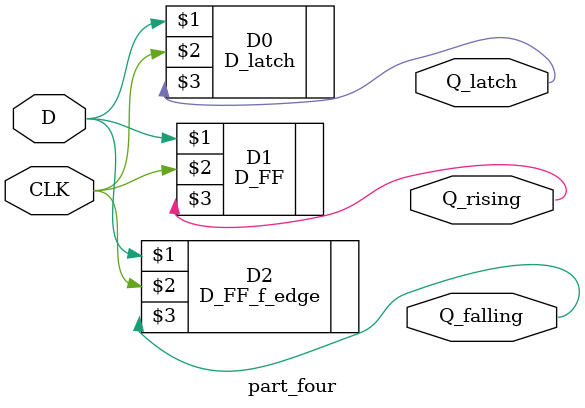
<source format=v>
`timescale 1ns / 1ps

module part_four(D, CLK, Q_latch, Q_rising, Q_falling);

    input D;
    input CLK;
    output Q_latch;
    output Q_rising;
    output Q_falling;
D_latch     D0(D, CLK, Q_latch);
D_FF        D1(D, CLK, Q_rising);
D_FF_f_edge D2(D, CLK, Q_falling);

endmodule

</source>
